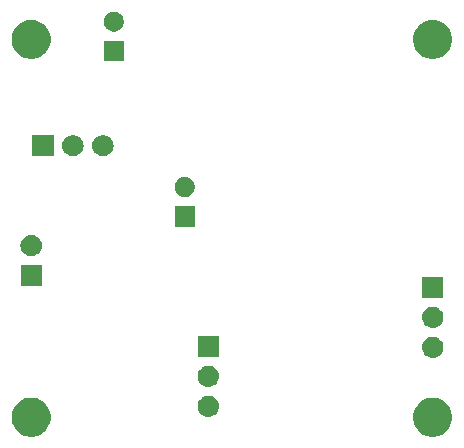
<source format=gbr>
G04 #@! TF.GenerationSoftware,KiCad,Pcbnew,(5.0.1)-4*
G04 #@! TF.CreationDate,2021-12-12T21:25:55+02:00*
G04 #@! TF.ProjectId,MagicLightsPCBNeo,4D616769634C69676874735043424E65,rev?*
G04 #@! TF.SameCoordinates,Original*
G04 #@! TF.FileFunction,Soldermask,Bot*
G04 #@! TF.FilePolarity,Negative*
%FSLAX46Y46*%
G04 Gerber Fmt 4.6, Leading zero omitted, Abs format (unit mm)*
G04 Created by KiCad (PCBNEW (5.0.1)-4) date 2021-12-12 21:25:55*
%MOMM*%
%LPD*%
G01*
G04 APERTURE LIST*
%ADD10C,0.100000*%
G04 APERTURE END LIST*
D10*
G36*
X51375256Y-59391298D02*
X51481579Y-59412447D01*
X51782042Y-59536903D01*
X52048852Y-59715180D01*
X52052454Y-59717587D01*
X52282413Y-59947546D01*
X52463098Y-60217960D01*
X52587553Y-60518422D01*
X52651000Y-60837389D01*
X52651000Y-61162611D01*
X52587553Y-61481578D01*
X52463098Y-61782040D01*
X52282413Y-62052454D01*
X52052454Y-62282413D01*
X52052451Y-62282415D01*
X51782042Y-62463097D01*
X51481579Y-62587553D01*
X51375256Y-62608702D01*
X51162611Y-62651000D01*
X50837389Y-62651000D01*
X50624744Y-62608702D01*
X50518421Y-62587553D01*
X50217958Y-62463097D01*
X49947549Y-62282415D01*
X49947546Y-62282413D01*
X49717587Y-62052454D01*
X49536902Y-61782040D01*
X49412447Y-61481578D01*
X49349000Y-61162611D01*
X49349000Y-60837389D01*
X49412447Y-60518422D01*
X49536902Y-60217960D01*
X49717587Y-59947546D01*
X49947546Y-59717587D01*
X49951148Y-59715180D01*
X50217958Y-59536903D01*
X50518421Y-59412447D01*
X50624744Y-59391298D01*
X50837389Y-59349000D01*
X51162611Y-59349000D01*
X51375256Y-59391298D01*
X51375256Y-59391298D01*
G37*
G36*
X17375256Y-59391298D02*
X17481579Y-59412447D01*
X17782042Y-59536903D01*
X18048852Y-59715180D01*
X18052454Y-59717587D01*
X18282413Y-59947546D01*
X18463098Y-60217960D01*
X18587553Y-60518422D01*
X18651000Y-60837389D01*
X18651000Y-61162611D01*
X18587553Y-61481578D01*
X18463098Y-61782040D01*
X18282413Y-62052454D01*
X18052454Y-62282413D01*
X18052451Y-62282415D01*
X17782042Y-62463097D01*
X17481579Y-62587553D01*
X17375256Y-62608702D01*
X17162611Y-62651000D01*
X16837389Y-62651000D01*
X16624744Y-62608702D01*
X16518421Y-62587553D01*
X16217958Y-62463097D01*
X15947549Y-62282415D01*
X15947546Y-62282413D01*
X15717587Y-62052454D01*
X15536902Y-61782040D01*
X15412447Y-61481578D01*
X15349000Y-61162611D01*
X15349000Y-60837389D01*
X15412447Y-60518422D01*
X15536902Y-60217960D01*
X15717587Y-59947546D01*
X15947546Y-59717587D01*
X15951148Y-59715180D01*
X16217958Y-59536903D01*
X16518421Y-59412447D01*
X16624744Y-59391298D01*
X16837389Y-59349000D01*
X17162611Y-59349000D01*
X17375256Y-59391298D01*
X17375256Y-59391298D01*
G37*
G36*
X32110442Y-59185518D02*
X32176627Y-59192037D01*
X32289853Y-59226384D01*
X32346467Y-59243557D01*
X32485087Y-59317652D01*
X32502991Y-59327222D01*
X32529527Y-59349000D01*
X32640186Y-59439814D01*
X32719863Y-59536902D01*
X32752778Y-59577009D01*
X32752779Y-59577011D01*
X32836443Y-59733533D01*
X32836443Y-59733534D01*
X32887963Y-59903373D01*
X32905359Y-60080000D01*
X32887963Y-60256627D01*
X32853616Y-60369853D01*
X32836443Y-60426467D01*
X32787292Y-60518421D01*
X32752778Y-60582991D01*
X32723448Y-60618729D01*
X32640186Y-60720186D01*
X32538729Y-60803448D01*
X32502991Y-60832778D01*
X32502989Y-60832779D01*
X32346467Y-60916443D01*
X32289853Y-60933616D01*
X32176627Y-60967963D01*
X32110443Y-60974481D01*
X32044260Y-60981000D01*
X31955740Y-60981000D01*
X31889557Y-60974481D01*
X31823373Y-60967963D01*
X31710147Y-60933616D01*
X31653533Y-60916443D01*
X31497011Y-60832779D01*
X31497009Y-60832778D01*
X31461271Y-60803448D01*
X31359814Y-60720186D01*
X31276552Y-60618729D01*
X31247222Y-60582991D01*
X31212708Y-60518421D01*
X31163557Y-60426467D01*
X31146384Y-60369853D01*
X31112037Y-60256627D01*
X31094641Y-60080000D01*
X31112037Y-59903373D01*
X31163557Y-59733534D01*
X31163557Y-59733533D01*
X31247221Y-59577011D01*
X31247222Y-59577009D01*
X31280137Y-59536902D01*
X31359814Y-59439814D01*
X31470473Y-59349000D01*
X31497009Y-59327222D01*
X31514913Y-59317652D01*
X31653533Y-59243557D01*
X31710147Y-59226384D01*
X31823373Y-59192037D01*
X31889558Y-59185518D01*
X31955740Y-59179000D01*
X32044260Y-59179000D01*
X32110442Y-59185518D01*
X32110442Y-59185518D01*
G37*
G36*
X32110443Y-56645519D02*
X32176627Y-56652037D01*
X32289853Y-56686384D01*
X32346467Y-56703557D01*
X32485087Y-56777652D01*
X32502991Y-56787222D01*
X32538729Y-56816552D01*
X32640186Y-56899814D01*
X32723448Y-57001271D01*
X32752778Y-57037009D01*
X32752779Y-57037011D01*
X32836443Y-57193533D01*
X32836443Y-57193534D01*
X32887963Y-57363373D01*
X32905359Y-57540000D01*
X32887963Y-57716627D01*
X32853616Y-57829853D01*
X32836443Y-57886467D01*
X32762348Y-58025087D01*
X32752778Y-58042991D01*
X32723448Y-58078729D01*
X32640186Y-58180186D01*
X32538729Y-58263448D01*
X32502991Y-58292778D01*
X32502989Y-58292779D01*
X32346467Y-58376443D01*
X32289853Y-58393616D01*
X32176627Y-58427963D01*
X32110443Y-58434481D01*
X32044260Y-58441000D01*
X31955740Y-58441000D01*
X31889557Y-58434481D01*
X31823373Y-58427963D01*
X31710147Y-58393616D01*
X31653533Y-58376443D01*
X31497011Y-58292779D01*
X31497009Y-58292778D01*
X31461271Y-58263448D01*
X31359814Y-58180186D01*
X31276552Y-58078729D01*
X31247222Y-58042991D01*
X31237652Y-58025087D01*
X31163557Y-57886467D01*
X31146384Y-57829853D01*
X31112037Y-57716627D01*
X31094641Y-57540000D01*
X31112037Y-57363373D01*
X31163557Y-57193534D01*
X31163557Y-57193533D01*
X31247221Y-57037011D01*
X31247222Y-57037009D01*
X31276552Y-57001271D01*
X31359814Y-56899814D01*
X31461271Y-56816552D01*
X31497009Y-56787222D01*
X31514913Y-56777652D01*
X31653533Y-56703557D01*
X31710147Y-56686384D01*
X31823373Y-56652037D01*
X31889557Y-56645519D01*
X31955740Y-56639000D01*
X32044260Y-56639000D01*
X32110443Y-56645519D01*
X32110443Y-56645519D01*
G37*
G36*
X51110443Y-54185519D02*
X51176627Y-54192037D01*
X51289853Y-54226384D01*
X51346467Y-54243557D01*
X51485087Y-54317652D01*
X51502991Y-54327222D01*
X51538729Y-54356552D01*
X51640186Y-54439814D01*
X51723448Y-54541271D01*
X51752778Y-54577009D01*
X51752779Y-54577011D01*
X51836443Y-54733533D01*
X51836443Y-54733534D01*
X51887963Y-54903373D01*
X51905359Y-55080000D01*
X51887963Y-55256627D01*
X51853616Y-55369853D01*
X51836443Y-55426467D01*
X51762348Y-55565087D01*
X51752778Y-55582991D01*
X51723448Y-55618729D01*
X51640186Y-55720186D01*
X51538729Y-55803448D01*
X51502991Y-55832778D01*
X51502989Y-55832779D01*
X51346467Y-55916443D01*
X51289853Y-55933616D01*
X51176627Y-55967963D01*
X51110442Y-55974482D01*
X51044260Y-55981000D01*
X50955740Y-55981000D01*
X50889558Y-55974482D01*
X50823373Y-55967963D01*
X50710147Y-55933616D01*
X50653533Y-55916443D01*
X50497011Y-55832779D01*
X50497009Y-55832778D01*
X50461271Y-55803448D01*
X50359814Y-55720186D01*
X50276552Y-55618729D01*
X50247222Y-55582991D01*
X50237652Y-55565087D01*
X50163557Y-55426467D01*
X50146384Y-55369853D01*
X50112037Y-55256627D01*
X50094641Y-55080000D01*
X50112037Y-54903373D01*
X50163557Y-54733534D01*
X50163557Y-54733533D01*
X50247221Y-54577011D01*
X50247222Y-54577009D01*
X50276552Y-54541271D01*
X50359814Y-54439814D01*
X50461271Y-54356552D01*
X50497009Y-54327222D01*
X50514913Y-54317652D01*
X50653533Y-54243557D01*
X50710147Y-54226384D01*
X50823373Y-54192037D01*
X50889557Y-54185519D01*
X50955740Y-54179000D01*
X51044260Y-54179000D01*
X51110443Y-54185519D01*
X51110443Y-54185519D01*
G37*
G36*
X32901000Y-55901000D02*
X31099000Y-55901000D01*
X31099000Y-54099000D01*
X32901000Y-54099000D01*
X32901000Y-55901000D01*
X32901000Y-55901000D01*
G37*
G36*
X51110443Y-51645519D02*
X51176627Y-51652037D01*
X51289853Y-51686384D01*
X51346467Y-51703557D01*
X51485087Y-51777652D01*
X51502991Y-51787222D01*
X51538729Y-51816552D01*
X51640186Y-51899814D01*
X51723448Y-52001271D01*
X51752778Y-52037009D01*
X51752779Y-52037011D01*
X51836443Y-52193533D01*
X51836443Y-52193534D01*
X51887963Y-52363373D01*
X51905359Y-52540000D01*
X51887963Y-52716627D01*
X51853616Y-52829853D01*
X51836443Y-52886467D01*
X51762348Y-53025087D01*
X51752778Y-53042991D01*
X51723448Y-53078729D01*
X51640186Y-53180186D01*
X51538729Y-53263448D01*
X51502991Y-53292778D01*
X51502989Y-53292779D01*
X51346467Y-53376443D01*
X51289853Y-53393616D01*
X51176627Y-53427963D01*
X51110443Y-53434481D01*
X51044260Y-53441000D01*
X50955740Y-53441000D01*
X50889557Y-53434481D01*
X50823373Y-53427963D01*
X50710147Y-53393616D01*
X50653533Y-53376443D01*
X50497011Y-53292779D01*
X50497009Y-53292778D01*
X50461271Y-53263448D01*
X50359814Y-53180186D01*
X50276552Y-53078729D01*
X50247222Y-53042991D01*
X50237652Y-53025087D01*
X50163557Y-52886467D01*
X50146384Y-52829853D01*
X50112037Y-52716627D01*
X50094641Y-52540000D01*
X50112037Y-52363373D01*
X50163557Y-52193534D01*
X50163557Y-52193533D01*
X50247221Y-52037011D01*
X50247222Y-52037009D01*
X50276552Y-52001271D01*
X50359814Y-51899814D01*
X50461271Y-51816552D01*
X50497009Y-51787222D01*
X50514913Y-51777652D01*
X50653533Y-51703557D01*
X50710147Y-51686384D01*
X50823373Y-51652037D01*
X50889557Y-51645519D01*
X50955740Y-51639000D01*
X51044260Y-51639000D01*
X51110443Y-51645519D01*
X51110443Y-51645519D01*
G37*
G36*
X51901000Y-50901000D02*
X50099000Y-50901000D01*
X50099000Y-49099000D01*
X51901000Y-49099000D01*
X51901000Y-50901000D01*
X51901000Y-50901000D01*
G37*
G36*
X17901000Y-49901000D02*
X16099000Y-49901000D01*
X16099000Y-48099000D01*
X17901000Y-48099000D01*
X17901000Y-49901000D01*
X17901000Y-49901000D01*
G37*
G36*
X17110443Y-45565519D02*
X17176627Y-45572037D01*
X17289853Y-45606384D01*
X17346467Y-45623557D01*
X17485087Y-45697652D01*
X17502991Y-45707222D01*
X17538729Y-45736552D01*
X17640186Y-45819814D01*
X17723448Y-45921271D01*
X17752778Y-45957009D01*
X17752779Y-45957011D01*
X17836443Y-46113533D01*
X17836443Y-46113534D01*
X17887963Y-46283373D01*
X17905359Y-46460000D01*
X17887963Y-46636627D01*
X17853616Y-46749853D01*
X17836443Y-46806467D01*
X17762348Y-46945087D01*
X17752778Y-46962991D01*
X17723448Y-46998729D01*
X17640186Y-47100186D01*
X17538729Y-47183448D01*
X17502991Y-47212778D01*
X17502989Y-47212779D01*
X17346467Y-47296443D01*
X17289853Y-47313616D01*
X17176627Y-47347963D01*
X17110442Y-47354482D01*
X17044260Y-47361000D01*
X16955740Y-47361000D01*
X16889558Y-47354482D01*
X16823373Y-47347963D01*
X16710147Y-47313616D01*
X16653533Y-47296443D01*
X16497011Y-47212779D01*
X16497009Y-47212778D01*
X16461271Y-47183448D01*
X16359814Y-47100186D01*
X16276552Y-46998729D01*
X16247222Y-46962991D01*
X16237652Y-46945087D01*
X16163557Y-46806467D01*
X16146384Y-46749853D01*
X16112037Y-46636627D01*
X16094641Y-46460000D01*
X16112037Y-46283373D01*
X16163557Y-46113534D01*
X16163557Y-46113533D01*
X16247221Y-45957011D01*
X16247222Y-45957009D01*
X16276552Y-45921271D01*
X16359814Y-45819814D01*
X16461271Y-45736552D01*
X16497009Y-45707222D01*
X16514913Y-45697652D01*
X16653533Y-45623557D01*
X16710147Y-45606384D01*
X16823373Y-45572037D01*
X16889557Y-45565519D01*
X16955740Y-45559000D01*
X17044260Y-45559000D01*
X17110443Y-45565519D01*
X17110443Y-45565519D01*
G37*
G36*
X30851000Y-44851000D02*
X29149000Y-44851000D01*
X29149000Y-43149000D01*
X30851000Y-43149000D01*
X30851000Y-44851000D01*
X30851000Y-44851000D01*
G37*
G36*
X30248228Y-40681703D02*
X30403100Y-40745853D01*
X30542481Y-40838985D01*
X30661015Y-40957519D01*
X30754147Y-41096900D01*
X30818297Y-41251772D01*
X30851000Y-41416184D01*
X30851000Y-41583816D01*
X30818297Y-41748228D01*
X30754147Y-41903100D01*
X30661015Y-42042481D01*
X30542481Y-42161015D01*
X30403100Y-42254147D01*
X30248228Y-42318297D01*
X30083816Y-42351000D01*
X29916184Y-42351000D01*
X29751772Y-42318297D01*
X29596900Y-42254147D01*
X29457519Y-42161015D01*
X29338985Y-42042481D01*
X29245853Y-41903100D01*
X29181703Y-41748228D01*
X29149000Y-41583816D01*
X29149000Y-41416184D01*
X29181703Y-41251772D01*
X29245853Y-41096900D01*
X29338985Y-40957519D01*
X29457519Y-40838985D01*
X29596900Y-40745853D01*
X29751772Y-40681703D01*
X29916184Y-40649000D01*
X30083816Y-40649000D01*
X30248228Y-40681703D01*
X30248228Y-40681703D01*
G37*
G36*
X23190443Y-37105519D02*
X23256627Y-37112037D01*
X23369853Y-37146384D01*
X23426467Y-37163557D01*
X23565087Y-37237652D01*
X23582991Y-37247222D01*
X23618729Y-37276552D01*
X23720186Y-37359814D01*
X23803448Y-37461271D01*
X23832778Y-37497009D01*
X23832779Y-37497011D01*
X23916443Y-37653533D01*
X23916443Y-37653534D01*
X23967963Y-37823373D01*
X23985359Y-38000000D01*
X23967963Y-38176627D01*
X23933616Y-38289853D01*
X23916443Y-38346467D01*
X23842348Y-38485087D01*
X23832778Y-38502991D01*
X23803448Y-38538729D01*
X23720186Y-38640186D01*
X23618729Y-38723448D01*
X23582991Y-38752778D01*
X23582989Y-38752779D01*
X23426467Y-38836443D01*
X23369853Y-38853616D01*
X23256627Y-38887963D01*
X23190443Y-38894481D01*
X23124260Y-38901000D01*
X23035740Y-38901000D01*
X22969557Y-38894481D01*
X22903373Y-38887963D01*
X22790147Y-38853616D01*
X22733533Y-38836443D01*
X22577011Y-38752779D01*
X22577009Y-38752778D01*
X22541271Y-38723448D01*
X22439814Y-38640186D01*
X22356552Y-38538729D01*
X22327222Y-38502991D01*
X22317652Y-38485087D01*
X22243557Y-38346467D01*
X22226384Y-38289853D01*
X22192037Y-38176627D01*
X22174641Y-38000000D01*
X22192037Y-37823373D01*
X22243557Y-37653534D01*
X22243557Y-37653533D01*
X22327221Y-37497011D01*
X22327222Y-37497009D01*
X22356552Y-37461271D01*
X22439814Y-37359814D01*
X22541271Y-37276552D01*
X22577009Y-37247222D01*
X22594913Y-37237652D01*
X22733533Y-37163557D01*
X22790147Y-37146384D01*
X22903373Y-37112037D01*
X22969557Y-37105519D01*
X23035740Y-37099000D01*
X23124260Y-37099000D01*
X23190443Y-37105519D01*
X23190443Y-37105519D01*
G37*
G36*
X20650443Y-37105519D02*
X20716627Y-37112037D01*
X20829853Y-37146384D01*
X20886467Y-37163557D01*
X21025087Y-37237652D01*
X21042991Y-37247222D01*
X21078729Y-37276552D01*
X21180186Y-37359814D01*
X21263448Y-37461271D01*
X21292778Y-37497009D01*
X21292779Y-37497011D01*
X21376443Y-37653533D01*
X21376443Y-37653534D01*
X21427963Y-37823373D01*
X21445359Y-38000000D01*
X21427963Y-38176627D01*
X21393616Y-38289853D01*
X21376443Y-38346467D01*
X21302348Y-38485087D01*
X21292778Y-38502991D01*
X21263448Y-38538729D01*
X21180186Y-38640186D01*
X21078729Y-38723448D01*
X21042991Y-38752778D01*
X21042989Y-38752779D01*
X20886467Y-38836443D01*
X20829853Y-38853616D01*
X20716627Y-38887963D01*
X20650443Y-38894481D01*
X20584260Y-38901000D01*
X20495740Y-38901000D01*
X20429557Y-38894481D01*
X20363373Y-38887963D01*
X20250147Y-38853616D01*
X20193533Y-38836443D01*
X20037011Y-38752779D01*
X20037009Y-38752778D01*
X20001271Y-38723448D01*
X19899814Y-38640186D01*
X19816552Y-38538729D01*
X19787222Y-38502991D01*
X19777652Y-38485087D01*
X19703557Y-38346467D01*
X19686384Y-38289853D01*
X19652037Y-38176627D01*
X19634641Y-38000000D01*
X19652037Y-37823373D01*
X19703557Y-37653534D01*
X19703557Y-37653533D01*
X19787221Y-37497011D01*
X19787222Y-37497009D01*
X19816552Y-37461271D01*
X19899814Y-37359814D01*
X20001271Y-37276552D01*
X20037009Y-37247222D01*
X20054913Y-37237652D01*
X20193533Y-37163557D01*
X20250147Y-37146384D01*
X20363373Y-37112037D01*
X20429557Y-37105519D01*
X20495740Y-37099000D01*
X20584260Y-37099000D01*
X20650443Y-37105519D01*
X20650443Y-37105519D01*
G37*
G36*
X18901000Y-38901000D02*
X17099000Y-38901000D01*
X17099000Y-37099000D01*
X18901000Y-37099000D01*
X18901000Y-38901000D01*
X18901000Y-38901000D01*
G37*
G36*
X24851000Y-30851000D02*
X23149000Y-30851000D01*
X23149000Y-29149000D01*
X24851000Y-29149000D01*
X24851000Y-30851000D01*
X24851000Y-30851000D01*
G37*
G36*
X17375256Y-27391298D02*
X17481579Y-27412447D01*
X17782042Y-27536903D01*
X17852252Y-27583816D01*
X18052454Y-27717587D01*
X18282413Y-27947546D01*
X18463098Y-28217960D01*
X18587553Y-28518422D01*
X18651000Y-28837389D01*
X18651000Y-29162611D01*
X18587553Y-29481578D01*
X18463098Y-29782040D01*
X18282413Y-30052454D01*
X18052454Y-30282413D01*
X18052451Y-30282415D01*
X17782042Y-30463097D01*
X17481579Y-30587553D01*
X17375256Y-30608702D01*
X17162611Y-30651000D01*
X16837389Y-30651000D01*
X16624744Y-30608702D01*
X16518421Y-30587553D01*
X16217958Y-30463097D01*
X15947549Y-30282415D01*
X15947546Y-30282413D01*
X15717587Y-30052454D01*
X15536902Y-29782040D01*
X15412447Y-29481578D01*
X15349000Y-29162611D01*
X15349000Y-28837389D01*
X15412447Y-28518422D01*
X15536902Y-28217960D01*
X15717587Y-27947546D01*
X15947546Y-27717587D01*
X16147748Y-27583816D01*
X16217958Y-27536903D01*
X16518421Y-27412447D01*
X16624744Y-27391298D01*
X16837389Y-27349000D01*
X17162611Y-27349000D01*
X17375256Y-27391298D01*
X17375256Y-27391298D01*
G37*
G36*
X51375256Y-27391298D02*
X51481579Y-27412447D01*
X51782042Y-27536903D01*
X51852252Y-27583816D01*
X52052454Y-27717587D01*
X52282413Y-27947546D01*
X52463098Y-28217960D01*
X52587553Y-28518422D01*
X52651000Y-28837389D01*
X52651000Y-29162611D01*
X52587553Y-29481578D01*
X52463098Y-29782040D01*
X52282413Y-30052454D01*
X52052454Y-30282413D01*
X52052451Y-30282415D01*
X51782042Y-30463097D01*
X51481579Y-30587553D01*
X51375256Y-30608702D01*
X51162611Y-30651000D01*
X50837389Y-30651000D01*
X50624744Y-30608702D01*
X50518421Y-30587553D01*
X50217958Y-30463097D01*
X49947549Y-30282415D01*
X49947546Y-30282413D01*
X49717587Y-30052454D01*
X49536902Y-29782040D01*
X49412447Y-29481578D01*
X49349000Y-29162611D01*
X49349000Y-28837389D01*
X49412447Y-28518422D01*
X49536902Y-28217960D01*
X49717587Y-27947546D01*
X49947546Y-27717587D01*
X50147748Y-27583816D01*
X50217958Y-27536903D01*
X50518421Y-27412447D01*
X50624744Y-27391298D01*
X50837389Y-27349000D01*
X51162611Y-27349000D01*
X51375256Y-27391298D01*
X51375256Y-27391298D01*
G37*
G36*
X24248228Y-26681703D02*
X24403100Y-26745853D01*
X24542481Y-26838985D01*
X24661015Y-26957519D01*
X24754147Y-27096900D01*
X24818297Y-27251772D01*
X24851000Y-27416184D01*
X24851000Y-27583816D01*
X24818297Y-27748228D01*
X24754147Y-27903100D01*
X24661015Y-28042481D01*
X24542481Y-28161015D01*
X24403100Y-28254147D01*
X24248228Y-28318297D01*
X24083816Y-28351000D01*
X23916184Y-28351000D01*
X23751772Y-28318297D01*
X23596900Y-28254147D01*
X23457519Y-28161015D01*
X23338985Y-28042481D01*
X23245853Y-27903100D01*
X23181703Y-27748228D01*
X23149000Y-27583816D01*
X23149000Y-27416184D01*
X23181703Y-27251772D01*
X23245853Y-27096900D01*
X23338985Y-26957519D01*
X23457519Y-26838985D01*
X23596900Y-26745853D01*
X23751772Y-26681703D01*
X23916184Y-26649000D01*
X24083816Y-26649000D01*
X24248228Y-26681703D01*
X24248228Y-26681703D01*
G37*
M02*

</source>
